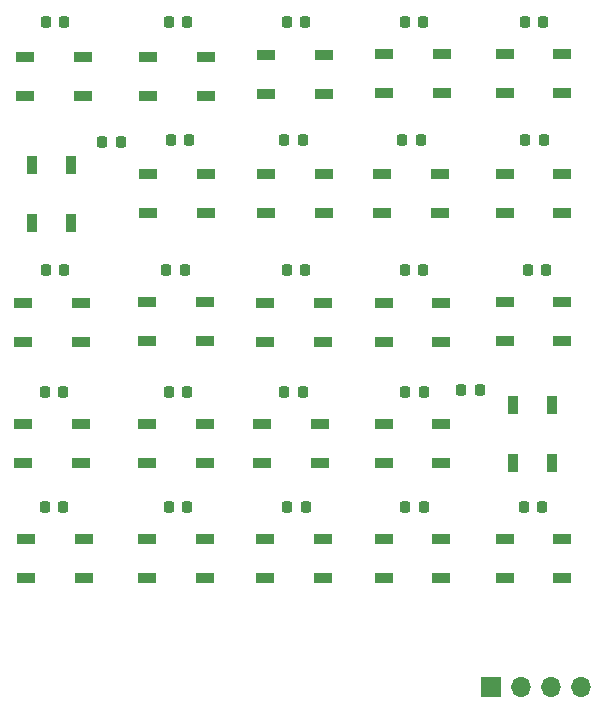
<source format=gbr>
%TF.GenerationSoftware,KiCad,Pcbnew,(7.0.0)*%
%TF.CreationDate,2023-10-03T11:42:16+02:00*%
%TF.ProjectId,Lichten-PCB,4c696368-7465-46e2-9d50-43422e6b6963,rev?*%
%TF.SameCoordinates,Original*%
%TF.FileFunction,Soldermask,Top*%
%TF.FilePolarity,Negative*%
%FSLAX46Y46*%
G04 Gerber Fmt 4.6, Leading zero omitted, Abs format (unit mm)*
G04 Created by KiCad (PCBNEW (7.0.0)) date 2023-10-03 11:42:16*
%MOMM*%
%LPD*%
G01*
G04 APERTURE LIST*
G04 Aperture macros list*
%AMRoundRect*
0 Rectangle with rounded corners*
0 $1 Rounding radius*
0 $2 $3 $4 $5 $6 $7 $8 $9 X,Y pos of 4 corners*
0 Add a 4 corners polygon primitive as box body*
4,1,4,$2,$3,$4,$5,$6,$7,$8,$9,$2,$3,0*
0 Add four circle primitives for the rounded corners*
1,1,$1+$1,$2,$3*
1,1,$1+$1,$4,$5*
1,1,$1+$1,$6,$7*
1,1,$1+$1,$8,$9*
0 Add four rect primitives between the rounded corners*
20,1,$1+$1,$2,$3,$4,$5,0*
20,1,$1+$1,$4,$5,$6,$7,0*
20,1,$1+$1,$6,$7,$8,$9,0*
20,1,$1+$1,$8,$9,$2,$3,0*%
G04 Aperture macros list end*
%ADD10RoundRect,0.225000X-0.225000X-0.250000X0.225000X-0.250000X0.225000X0.250000X-0.225000X0.250000X0*%
%ADD11R,1.500000X0.900000*%
%ADD12R,0.900000X1.500000*%
%ADD13R,1.700000X1.700000*%
%ADD14O,1.700000X1.700000*%
G04 APERTURE END LIST*
D10*
%TO.C,C22*%
X154650000Y-73200000D03*
X156200000Y-73200000D03*
%TD*%
D11*
%TO.C,D19*%
X152699999Y-86099999D03*
X152699999Y-89399999D03*
X157599999Y-89399999D03*
X157599999Y-86099999D03*
%TD*%
%TO.C,D18*%
X142899999Y-86099999D03*
X142899999Y-89399999D03*
X147799999Y-89399999D03*
X147799999Y-86099999D03*
%TD*%
%TO.C,D6*%
X122349999Y-107199999D03*
X122349999Y-110499999D03*
X127249999Y-110499999D03*
X127249999Y-107199999D03*
%TD*%
D10*
%TO.C,C8*%
X144450000Y-104500000D03*
X146000000Y-104500000D03*
%TD*%
%TO.C,C19*%
X154450000Y-83200000D03*
X156000000Y-83200000D03*
%TD*%
D11*
%TO.C,D25*%
X122499999Y-76199999D03*
X122499999Y-79499999D03*
X127399999Y-79499999D03*
X127399999Y-76199999D03*
%TD*%
%TO.C,D13*%
X142849999Y-96999999D03*
X142849999Y-100299999D03*
X147749999Y-100299999D03*
X147749999Y-96999999D03*
%TD*%
D10*
%TO.C,C20*%
X164850000Y-83200000D03*
X166400000Y-83200000D03*
%TD*%
D11*
%TO.C,D22*%
X152899999Y-75899999D03*
X152899999Y-79199999D03*
X157799999Y-79199999D03*
X157799999Y-75899999D03*
%TD*%
D10*
%TO.C,C11*%
X165050000Y-94200000D03*
X166600000Y-94200000D03*
%TD*%
D11*
%TO.C,D3*%
X142849999Y-116999999D03*
X142849999Y-120299999D03*
X147749999Y-120299999D03*
X147749999Y-116999999D03*
%TD*%
%TO.C,D21*%
X163099999Y-75899999D03*
X163099999Y-79199999D03*
X167999999Y-79199999D03*
X167999999Y-75899999D03*
%TD*%
%TO.C,D5*%
X122599999Y-116949999D03*
X122599999Y-120249999D03*
X127499999Y-120249999D03*
X127499999Y-116949999D03*
%TD*%
%TO.C,D24*%
X132899999Y-76199999D03*
X132899999Y-79499999D03*
X137799999Y-79499999D03*
X137799999Y-76199999D03*
%TD*%
D10*
%TO.C,C2*%
X154700000Y-114250000D03*
X156250000Y-114250000D03*
%TD*%
D11*
%TO.C,D17*%
X132899999Y-86099999D03*
X132899999Y-89399999D03*
X137799999Y-89399999D03*
X137799999Y-86099999D03*
%TD*%
%TO.C,D12*%
X152849999Y-96999999D03*
X152849999Y-100299999D03*
X157749999Y-100299999D03*
X157749999Y-96999999D03*
%TD*%
D10*
%TO.C,C9*%
X154700000Y-104500000D03*
X156250000Y-104500000D03*
%TD*%
%TO.C,C16*%
X129050000Y-83400000D03*
X130600000Y-83400000D03*
%TD*%
%TO.C,C21*%
X164825000Y-73200000D03*
X166375000Y-73200000D03*
%TD*%
%TO.C,C10*%
X159450000Y-104400000D03*
X161000000Y-104400000D03*
%TD*%
D11*
%TO.C,D8*%
X142599999Y-107199999D03*
X142599999Y-110499999D03*
X147499999Y-110499999D03*
X147499999Y-107199999D03*
%TD*%
D10*
%TO.C,C13*%
X144650000Y-94200000D03*
X146200000Y-94200000D03*
%TD*%
%TO.C,C23*%
X144650000Y-73200000D03*
X146200000Y-73200000D03*
%TD*%
%TO.C,C17*%
X134850000Y-83200000D03*
X136400000Y-83200000D03*
%TD*%
D11*
%TO.C,D2*%
X152849999Y-116999999D03*
X152849999Y-120299999D03*
X157749999Y-120299999D03*
X157749999Y-116999999D03*
%TD*%
D10*
%TO.C,C4*%
X134700000Y-114250000D03*
X136250000Y-114250000D03*
%TD*%
D11*
%TO.C,D9*%
X152849999Y-107199999D03*
X152849999Y-110499999D03*
X157749999Y-110499999D03*
X157749999Y-107199999D03*
%TD*%
D10*
%TO.C,C7*%
X134700000Y-104500000D03*
X136250000Y-104500000D03*
%TD*%
%TO.C,C6*%
X124200000Y-104500000D03*
X125750000Y-104500000D03*
%TD*%
%TO.C,C12*%
X154650000Y-94200000D03*
X156200000Y-94200000D03*
%TD*%
%TO.C,C1*%
X164725000Y-114250000D03*
X166275000Y-114250000D03*
%TD*%
D11*
%TO.C,D14*%
X132849999Y-96949999D03*
X132849999Y-100249999D03*
X137749999Y-100249999D03*
X137749999Y-96949999D03*
%TD*%
%TO.C,D20*%
X163099999Y-86099999D03*
X163099999Y-89399999D03*
X167999999Y-89399999D03*
X167999999Y-86099999D03*
%TD*%
%TO.C,D11*%
X163099999Y-96949999D03*
X163099999Y-100249999D03*
X167999999Y-100249999D03*
X167999999Y-96949999D03*
%TD*%
%TO.C,D15*%
X122349999Y-96999999D03*
X122349999Y-100299999D03*
X127249999Y-100299999D03*
X127249999Y-96999999D03*
%TD*%
D12*
%TO.C,D10*%
X163799999Y-110499999D03*
X167099999Y-110499999D03*
X167099999Y-105599999D03*
X163799999Y-105599999D03*
%TD*%
D11*
%TO.C,D23*%
X142899999Y-75999999D03*
X142899999Y-79299999D03*
X147799999Y-79299999D03*
X147799999Y-75999999D03*
%TD*%
D12*
%TO.C,D16*%
X123099999Y-90199999D03*
X126399999Y-90199999D03*
X126399999Y-85299999D03*
X123099999Y-85299999D03*
%TD*%
D10*
%TO.C,C5*%
X124200000Y-114250000D03*
X125750000Y-114250000D03*
%TD*%
%TO.C,C14*%
X134450000Y-94200000D03*
X136000000Y-94200000D03*
%TD*%
D11*
%TO.C,D4*%
X132849999Y-116949999D03*
X132849999Y-120249999D03*
X137749999Y-120249999D03*
X137749999Y-116949999D03*
%TD*%
D10*
%TO.C,C15*%
X124250000Y-94200000D03*
X125800000Y-94200000D03*
%TD*%
D13*
%TO.C,J1*%
X161959999Y-129499999D03*
D14*
X164499999Y-129499999D03*
X167039999Y-129499999D03*
X169579999Y-129499999D03*
%TD*%
D10*
%TO.C,C3*%
X144700000Y-114250000D03*
X146250000Y-114250000D03*
%TD*%
%TO.C,C18*%
X144450000Y-83200000D03*
X146000000Y-83200000D03*
%TD*%
%TO.C,C25*%
X124250000Y-73200000D03*
X125800000Y-73200000D03*
%TD*%
D11*
%TO.C,D7*%
X132849999Y-107199999D03*
X132849999Y-110499999D03*
X137749999Y-110499999D03*
X137749999Y-107199999D03*
%TD*%
%TO.C,D1*%
X163099999Y-116999999D03*
X163099999Y-120299999D03*
X167999999Y-120299999D03*
X167999999Y-116999999D03*
%TD*%
D10*
%TO.C,C24*%
X134650000Y-73200000D03*
X136200000Y-73200000D03*
%TD*%
M02*

</source>
